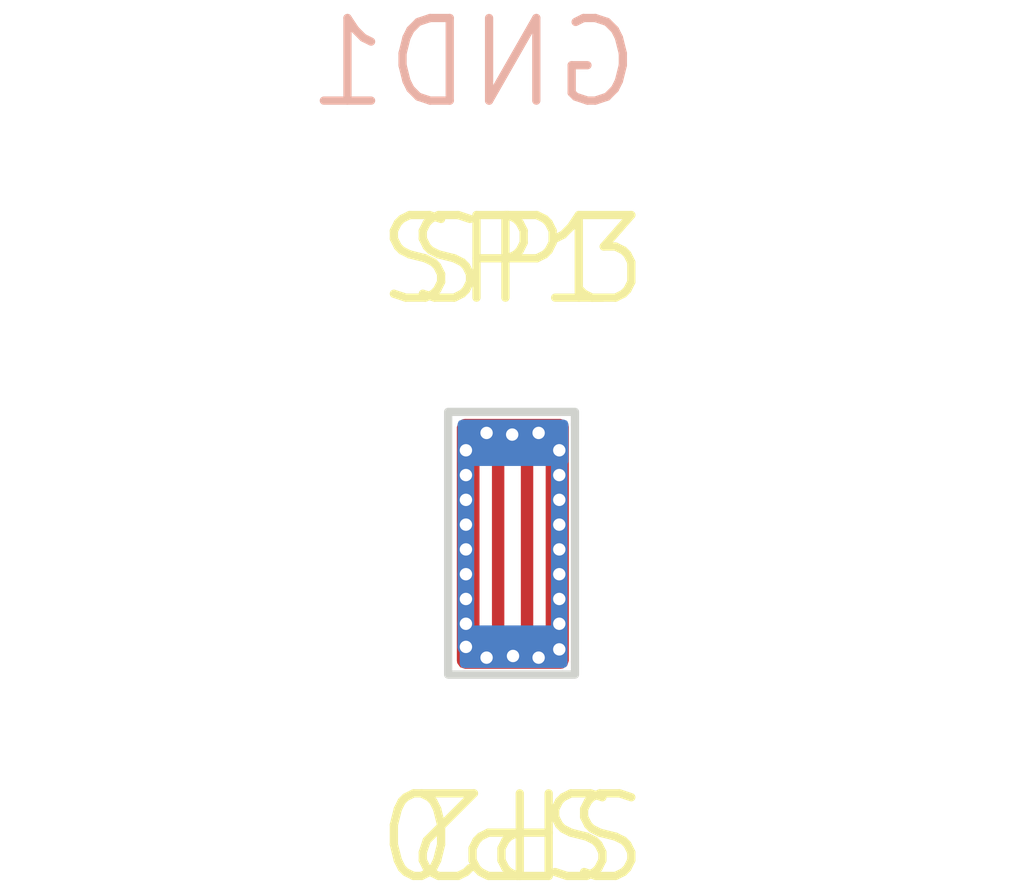
<source format=kicad_pcb>
(kicad_pcb (version 20240108) (generator "pcbnew") (generator_version "8.0")
  (layers (0 "F.Cu" signal) (31 "B.Cu" signal) (34 "B.Paste" user) (35 "F.Paste" user) (36 "B.SilkS" user "B.Silkscreen") (37 "F.SilkS" user "F.Silkscreen") (38 "B.Mask" user) (39 "F.Mask" user) (44 "Edge.Cuts" user))
  (net 0 "")
  (net 1 "GND")
  (net 2 "/A_+")
  (net 3 "/A_-")
  (footprint "simulation_port:pad_0.15mm" (layer "F.Cu") (at 148.6 128.485)
    (property "Reference" "SP1" (at 0 -4.5 0) (layer "F.SilkS") (effects (font (thickness 0.1))))
    (property "Value" "Simulation_Port")
    (pad "1" smd roundrect (at 0 0) (size 0.15 0.15) (layers "F.Cu" "F.Paste" "F.Mask") (roundrect_rratio 0.1) (net 2 "/A_+"))
  )
  (footprint "simulation_port:pad_0.15mm" (layer "F.Cu") (at 148.6 126.4 180)
    (property "Reference" "SP0" (at 0 -4.5 180) (layer "F.SilkS") (effects (font (thickness 0.1))))
    (property "Value" "Simulation_Port")
    (pad "1" smd roundrect (at 0 0 180) (size 0.15 0.15) (layers "F.Cu" "F.Paste" "F.Mask") (roundrect_rratio 0.1) (net 2 "/A_+"))
  )
  (footprint "simulation_port:pad_0.15mm" (layer "F.Cu") (at 148.95 128.485)
    (property "Reference" "SP3" (at 0 -4.5 0) (layer "F.SilkS") (effects (font (thickness 0.1))))
    (property "Value" "Simulation_Port")
    (pad "1" smd roundrect (at 0 0) (size 0.15 0.15) (layers "F.Cu" "F.Paste" "F.Mask") (roundrect_rratio 0.1) (net 3 "/A_-"))
  )
  (footprint "simulation_port:pad_0.15mm" (layer "F.Cu") (at 148.95 126.4 180)
    (property "Reference" "SP2" (at 0 -4.5 180) (layer "F.SilkS") (effects (font (thickness 0.1))))
    (property "Value" "Simulation_Port")
    (pad "1" smd roundrect (at 0 0 180) (size 0.15 0.15) (layers "F.Cu" "F.Paste" "F.Mask") (roundrect_rratio 0.1) (net 3 "/A_-"))
  )
  (footprint "simulation_port:pad_0.1mm" (layer "B.Cu") (at 148.3 126.1 180)
    (property "Reference" "GND1" (at 0 4.5 0) (layer "B.SilkS") (effects (font (thickness 0.1)) (justify mirror)))
    (property "Value" "Ground")
    (pad "1" smd roundrect (at 0 0 180) (size 0.1 0.1) (layers "B.Cu" "B.Paste" "B.Mask") (roundrect_rratio 0.1) (net 1 "GND"))
  )
  (gr_rect (start 147.995 125.8252) (end 149.53 129.0052) (stroke (width 0.1)) (fill none) (layer "Edge.Cuts"))
  (via (at 148.77 126.1) (size 0.2) (drill 0.15) (layers "F.Cu" "B.Cu") (net 1))
  (via (at 148.21 126.59) (size 0.2) (drill 0.15) (layers "F.Cu" "B.Cu") (net 1))
  (via (at 148.21 128.39) (size 0.2) (drill 0.15) (layers "F.Cu" "B.Cu") (net 1))
  (via (at 149.34 128.7) (size 0.2) (drill 0.15) (layers "F.Cu" "B.Cu") (net 1))
  (via (at 149.34 127.49) (size 0.2) (drill 0.15) (layers "F.Cu" "B.Cu") (net 1))
  (via (at 148.21 128.09) (size 0.2) (drill 0.15) (layers "F.Cu" "B.Cu") (net 1))
  (via (at 149.34 127.79) (size 0.2) (drill 0.15) (layers "F.Cu" "B.Cu") (net 1))
  (via (at 148.21 126.29) (size 0.2) (drill 0.15) (layers "F.Cu" "B.Cu") (net 1))
  (via (at 149.09 126.08) (size 0.2) (drill 0.15) (layers "F.Cu" "B.Cu") (net 1))
  (via (at 148.46 128.8) (size 0.2) (drill 0.15) (layers "F.Cu" "B.Cu") (net 1))
  (via (at 149.34 127.19) (size 0.2) (drill 0.15) (layers "F.Cu" "B.Cu") (net 1))
  (via (at 148.21 126.89) (size 0.2) (drill 0.15) (layers "F.Cu" "B.Cu") (net 1))
  (via (at 149.34 128.09) (size 0.2) (drill 0.15) (layers "F.Cu" "B.Cu") (net 1))
  (via (at 148.21 127.79) (size 0.2) (drill 0.15) (layers "F.Cu" "B.Cu") (net 1))
  (via (at 148.78 128.78) (size 0.2) (drill 0.15) (layers "F.Cu" "B.Cu") (net 1))
  (via (at 148.46 126.08) (size 0.2) (drill 0.15) (layers "F.Cu" "B.Cu") (net 1))
  (via (at 148.21 128.67) (size 0.2) (drill 0.15) (layers "F.Cu" "B.Cu") (net 1))
  (via (at 149.34 128.39) (size 0.2) (drill 0.15) (layers "F.Cu" "B.Cu") (net 1))
  (via (at 148.21 127.49) (size 0.2) (drill 0.15) (layers "F.Cu" "B.Cu") (net 1))
  (via (at 149.34 126.29) (size 0.2) (drill 0.15) (layers "F.Cu" "B.Cu") (net 1))
  (via (at 149.34 126.89) (size 0.2) (drill 0.15) (layers "F.Cu" "B.Cu") (net 1))
  (via (at 149.09 128.8) (size 0.2) (drill 0.15) (layers "F.Cu" "B.Cu") (net 1))
  (via (at 148.21 127.19) (size 0.2) (drill 0.15) (layers "F.Cu" "B.Cu") (net 1))
  (via (at 149.34 126.59) (size 0.2) (drill 0.15) (layers "F.Cu" "B.Cu") (net 1))
  (segment (start 148.21 127.49) (end 148.21 127.19) (width 0.2) (layer "B.Cu") (net 1))
  (segment (start 149.34 126.27) (end 149.34 126.29) (width 0.2) (layer "B.Cu") (net 1))
  (segment (start 149.34 126.59) (end 149.34 126.89) (width 0.2) (layer "B.Cu") (net 1))
  (segment (start 148.21 128.67) (end 148.21 128.39) (width 0.2) (layer "B.Cu") (net 1))
  (segment (start 149.34 126.89) (end 149.34 127.19) (width 0.2) (layer "B.Cu") (net 1))
  (segment (start 148.21 127.19) (end 148.21 126.89) (width 0.2) (layer "B.Cu") (net 1))
  (segment (start 149.34 127.79) (end 149.34 128.09) (width 0.2) (layer "B.Cu") (net 1))
  (segment (start 149.34 128.42) (end 149.34 128.7) (width 0.2) (layer "B.Cu") (net 1))
  (segment (start 149.34 126.29) (end 149.34 126.59) (width 0.2) (layer "B.Cu") (net 1))
  (segment (start 148.21 127.79) (end 148.21 127.49) (width 0.2) (layer "B.Cu") (net 1))
  (segment (start 148.21 126.89) (end 148.21 126.59) (width 0.2) (layer "B.Cu") (net 1))
  (segment (start 149.34 127.49) (end 149.34 127.79) (width 0.2) (layer "B.Cu") (net 1))
  (segment (start 148.21 128.09) (end 148.21 127.79) (width 0.2) (layer "B.Cu") (net 1))
  (segment (start 148.21 126.59) (end 148.21 126.29) (width 0.2) (layer "B.Cu") (net 1))
  (segment (start 149.34 128.09) (end 149.34 128.39) (width 0.2) (layer "B.Cu") (net 1))
  (segment (start 148.21 128.39) (end 148.21 128.09) (width 0.2) (layer "B.Cu") (net 1))
  (segment (start 148.21 126.29) (end 148.21 126.27) (width 0.2) (layer "B.Cu") (net 1))
  (segment (start 149.34 127.19) (end 149.34 127.49) (width 0.2) (layer "B.Cu") (net 1))
  (segment (start 148.6 126.4) (end 148.6 128.485) (width 0.15) (layer "F.Cu") (net 2))
  (segment (start 148.95 126.4) (end 148.95 128.485) (width 0.15) (layer "F.Cu") (net 3))
  (zone (net 1) (net_name "GND") (layer "F.Cu") (connect_pads no (clearance 0.1)) (min_thickness 0.2) (fill yes (thermal_gap 0.5) (thermal_bridge_width 0.5) (island_removal_mode 1) (island_area_min 10))
    (polygon (pts (xy 148.1 128.935) (xy 149.455859 128.935057) (xy 149.455859 125.910057) (xy 148.1 125.91)))
  )
  (zone (net 1) (net_name "GND") (layer "B.Cu") (priority 1) (connect_pads no (clearance 0.1)) (min_thickness 0.1) (fill yes (thermal_gap 0.25) (thermal_bridge_width 0.25))
    (polygon (pts (xy 148.135 128.41) (xy 149.44 128.41) (xy 149.44 128.925) (xy 148.135 128.925)))
  )
  (zone (net 1) (net_name "GND") (layer "B.Cu") (priority 1) (connect_pads yes (clearance 0.1)) (min_thickness 0.1) (fill yes (thermal_gap 0.25) (thermal_bridge_width 0.25))
    (polygon (pts (xy 148.11 125.92) (xy 149.45 125.92) (xy 149.45 126.48) (xy 148.11 126.48)))
  )
)
</source>
